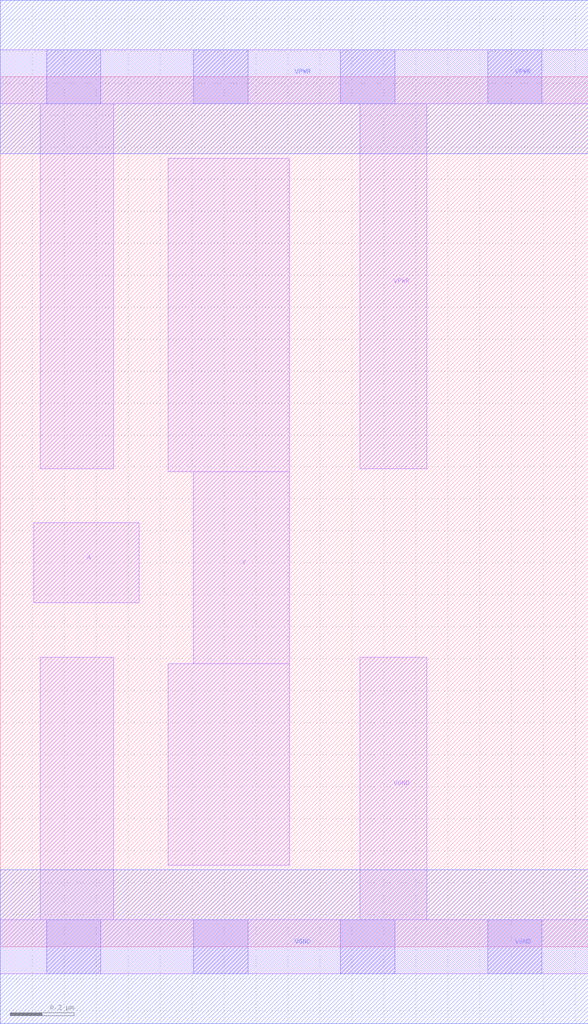
<source format=lef>
# Copyright 2020 The SkyWater PDK Authors
#
# Licensed under the Apache License, Version 2.0 (the "License");
# you may not use this file except in compliance with the License.
# You may obtain a copy of the License at
#
#     https://www.apache.org/licenses/LICENSE-2.0
#
# Unless required by applicable law or agreed to in writing, software
# distributed under the License is distributed on an "AS IS" BASIS,
# WITHOUT WARRANTIES OR CONDITIONS OF ANY KIND, either express or implied.
# See the License for the specific language governing permissions and
# limitations under the License.
#
# SPDX-License-Identifier: Apache-2.0

VERSION 5.7 ;
  NAMESCASESENSITIVE ON ;
  NOWIREEXTENSIONATPIN ON ;
  DIVIDERCHAR "/" ;
  BUSBITCHARS "[]" ;
UNITS
  DATABASE MICRONS 200 ;
END UNITS
PROPERTYDEFINITIONS
  MACRO maskLayoutSubType STRING ;
  MACRO prCellType STRING ;
  MACRO originalViewName STRING ;
END PROPERTYDEFINITIONS
MACRO sky130_fd_sc_hdll__inv_2
  CLASS CORE ;
  FOREIGN sky130_fd_sc_hdll__inv_2 ;
  ORIGIN  0.000000  0.000000 ;
  SIZE  1.840000 BY  2.720000 ;
  SYMMETRY X Y R90 ;
  SITE unithd ;
  PIN A
    ANTENNAGATEAREA  0.555000 ;
    DIRECTION INPUT ;
    USE SIGNAL ;
    PORT
      LAYER li1 ;
        RECT 0.105000 1.075000 0.435000 1.325000 ;
    END
  END A
  PIN VGND
    ANTENNADIFFAREA  0.370500 ;
    DIRECTION INOUT ;
    USE SIGNAL ;
    PORT
      LAYER li1 ;
        RECT 0.000000 -0.085000 1.840000 0.085000 ;
        RECT 0.125000  0.085000 0.355000 0.905000 ;
        RECT 1.125000  0.085000 1.335000 0.905000 ;
      LAYER mcon ;
        RECT 0.145000 -0.085000 0.315000 0.085000 ;
        RECT 0.605000 -0.085000 0.775000 0.085000 ;
        RECT 1.065000 -0.085000 1.235000 0.085000 ;
        RECT 1.525000 -0.085000 1.695000 0.085000 ;
      LAYER met1 ;
        RECT 0.000000 -0.240000 1.840000 0.240000 ;
    END
  END VGND
  PIN VPWR
    ANTENNADIFFAREA  0.540000 ;
    DIRECTION INOUT ;
    USE SIGNAL ;
    PORT
      LAYER li1 ;
        RECT 0.000000 2.635000 1.840000 2.805000 ;
        RECT 0.125000 1.495000 0.355000 2.635000 ;
        RECT 1.125000 1.495000 1.335000 2.635000 ;
      LAYER mcon ;
        RECT 0.145000 2.635000 0.315000 2.805000 ;
        RECT 0.605000 2.635000 0.775000 2.805000 ;
        RECT 1.065000 2.635000 1.235000 2.805000 ;
        RECT 1.525000 2.635000 1.695000 2.805000 ;
      LAYER met1 ;
        RECT 0.000000 2.480000 1.840000 2.960000 ;
    END
  END VPWR
  PIN Y
    ANTENNADIFFAREA  0.498000 ;
    DIRECTION OUTPUT ;
    USE SIGNAL ;
    PORT
      LAYER li1 ;
        RECT 0.525000 0.255000 0.905000 0.885000 ;
        RECT 0.525000 1.485000 0.905000 2.465000 ;
        RECT 0.605000 0.885000 0.905000 1.485000 ;
    END
  END Y
  PROPERTY maskLayoutSubType "abstract" ;
  PROPERTY prCellType "standard" ;
  PROPERTY originalViewName "layout" ;
END sky130_fd_sc_hdll__inv_2

</source>
